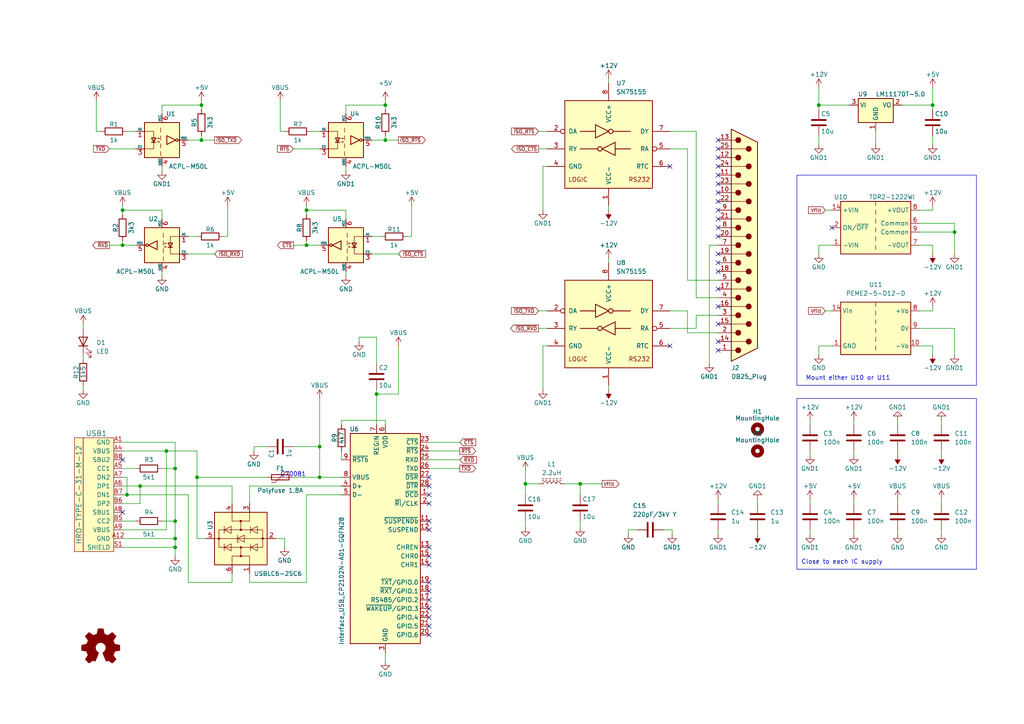
<source format=kicad_sch>
(kicad_sch (version 20230121) (generator eeschema)
  (paper "A4")
  (title_block (title "Opto isolated USB to RS232 converter") (rev "1") (company "Anders Sandahl"))
  (lib_symbols
    (symbol "Connector:DB25_Plug" (pin_names (offset 1.016) hide)
      (property "Reference" "J" (at 0 34.29 0))
      (property "Value" "DB25_Plug" (at 0 -34.925 0))
      (symbol "DB25_Plug_1_1"
        (pin passive line (at -7.62 -30.48 0) (length 3.81) (name "1") (number "1"))
        (pin passive line (at -7.62 15.24 0) (length 3.81) (name "10") (number "10"))
        (pin passive line (at -7.62 20.32 0) (length 3.81) (name "11") (number "11"))
        (pin passive line (at -7.62 25.4 0) (length 3.81) (name "12") (number "12"))
        (pin passive line (at -7.62 30.48 0) (length 3.81) (name "13") (number "13"))
        (pin passive line (at -7.62 -27.94 0) (length 3.81) (name "P14") (number "14"))
        (pin passive line (at -7.62 -22.86 0) (length 3.81) (name "P15") (number "15"))
        (pin passive line (at -7.62 -17.78 0) (length 3.81) (name "P16") (number "16"))
        (pin passive line (at -7.62 -12.7 0) (length 3.81) (name "P17") (number "17"))
        (pin passive line (at -7.62 -7.62 0) (length 3.81) (name "P18") (number "18"))
        (pin passive line (at -7.62 -2.54 0) (length 3.81) (name "P19") (number "19"))
        (pin passive line (at -7.62 -25.4 0) (length 3.81) (name "2") (number "2"))
        (pin passive line (at -7.62 2.54 0) (length 3.81) (name "P20") (number "20"))
        (pin passive line (at -7.62 7.62 0) (length 3.81) (name "P21") (number "21"))
        (pin passive line (at -7.62 12.7 0) (length 3.81) (name "P22") (number "22"))
        (pin passive line (at -7.62 17.78 0) (length 3.81) (name "P23") (number "23"))
        (pin passive line (at -7.62 22.86 0) (length 3.81) (name "P24") (number "24"))
        (pin passive line (at -7.62 27.94 0) (length 3.81) (name "P25") (number "25"))
        (pin passive line (at -7.62 -20.32 0) (length 3.81) (name "3") (number "3"))
        (pin passive line (at -7.62 -15.24 0) (length 3.81) (name "4") (number "4"))
        (pin passive line (at -7.62 -10.16 0) (length 3.81) (name "5") (number "5"))
        (pin passive line (at -7.62 -5.08 0) (length 3.81) (name "6") (number "6"))
        (pin passive line (at -7.62 0 0) (length 3.81) (name "7") (number "7"))
        (pin passive line (at -7.62 5.08 0) (length 3.81) (name "8") (number "8"))
        (pin passive line (at -7.62 10.16 0) (length 3.81) (name "9") (number "9"))
      )
    )
    (symbol "Daldebug01-rescue:CP2102N-A01-GQFN28-Interface_USB"
      (property "Reference" "U" (at -7.62 31.75 0))
      (property "Value" "Interface_USB_CP2102N-A01-GQFN28" (at 26.67 31.75 0))
      (symbol "CP2102N-A01-GQFN28-Interface_USB_1_1"
        (pin input line (at 12.7 12.7 180) (length 2.54) (name "~{DCD}") (number "1"))
        (pin no_connect line (at -10.16 -10.16 0) (length 2.54) hide (name "NC") (number "10"))
        (pin output line (at 12.7 5.08 180) (length 2.54) (name "~{SUSPENDb}") (number "11"))
        (pin output line (at 12.7 2.54 180) (length 2.54) (name "SUSPEND") (number "12"))
        (pin output line (at 12.7 -2.54 180) (length 2.54) (name "CHREN") (number "13"))
        (pin output line (at 12.7 -7.62 180) (length 2.54) (name "CHR1") (number "14"))
        (pin output line (at 12.7 -5.08 180) (length 2.54) (name "CHR0") (number "15"))
        (pin bidirectional line (at 12.7 -20.32 180) (length 2.54) (name "~{WAKEUP}/GPIO.3") (number "16"))
        (pin bidirectional line (at 12.7 -17.78 180) (length 2.54) (name "RS485/GPIO.2") (number "17"))
        (pin bidirectional line (at 12.7 -15.24 180) (length 2.54) (name "~{RXT}/GPIO.1") (number "18"))
        (pin bidirectional line (at 12.7 -12.7 180) (length 2.54) (name "~{TXT}/GPIO.0") (number "19"))
        (pin bidirectional line (at 12.7 10.16 180) (length 2.54) (name "~{RI}/CLK") (number "2"))
        (pin bidirectional line (at 12.7 -27.94 180) (length 2.54) (name "GPIO.6") (number "20"))
        (pin bidirectional line (at 12.7 -25.4 180) (length 2.54) (name "GPIO.5") (number "21"))
        (pin bidirectional line (at 12.7 -22.86 180) (length 2.54) (name "GPIO.4") (number "22"))
        (pin input line (at 12.7 27.94 180) (length 2.54) (name "~{CTS}") (number "23"))
        (pin output line (at 12.7 25.4 180) (length 2.54) (name "~{RTS}") (number "24"))
        (pin input line (at 12.7 22.86 180) (length 2.54) (name "RXD") (number "25"))
        (pin output line (at 12.7 20.32 180) (length 2.54) (name "TXD") (number "26"))
        (pin input line (at 12.7 17.78 180) (length 2.54) (name "~{DSR}") (number "27"))
        (pin output line (at 12.7 15.24 180) (length 2.54) (name "~{DTR}") (number "28"))
        (pin passive line (at 0 -33.02 90) (length 2.54) hide (name "GND") (number "29"))
        (pin power_in line (at 0 -33.02 90) (length 2.54) (name "GND") (number "3"))
        (pin bidirectional line (at -12.7 15.24 0) (length 2.54) (name "D+") (number "4"))
        (pin bidirectional line (at -12.7 12.7 0) (length 2.54) (name "D-") (number "5"))
        (pin passive line (at 0 33.02 270) (length 2.54) (name "VDD") (number "6"))
        (pin power_in line (at -2.54 33.02 270) (length 2.54) (name "REGIN") (number "7"))
        (pin input line (at -12.7 17.78 0) (length 2.54) (name "VBUS") (number "8"))
        (pin input line (at -12.7 22.86 0) (length 2.54) (name "~{RSTb}") (number "9"))
      )
    )
    (symbol "Device:C" (pin_numbers hide) (pin_names (offset 0.254))
      (property "Reference" "C" (at 0.635 2.54 0))
      (property "Value" "C" (at 0.635 -2.54 0))
      (symbol "C_1_1"
        (pin passive line (at 0 3.81 270) (length 2.794) (name "~") (number "1"))
        (pin passive line (at 0 -3.81 90) (length 2.794) (name "~") (number "2"))
      )
    )
    (symbol "Device:LED" (pin_numbers hide) (pin_names (offset 1.016) hide)
      (property "Reference" "D" (at 0 2.54 0))
      (property "Value" "LED" (at 0 -2.54 0))
      (symbol "LED_1_1"
        (pin passive line (at -3.81 0 0) (length 2.54) (name "K") (number "1"))
        (pin passive line (at 3.81 0 180) (length 2.54) (name "A") (number "2"))
      )
    )
    (symbol "Device:L_Ferrite" (pin_numbers hide) (pin_names (offset 1.016) hide)
      (property "Reference" "L" (at -1.27 0 90))
      (property "Value" "L_Ferrite" (at 2.794 0 90))
      (symbol "L_Ferrite_1_1"
        (pin passive line (at 0 3.81 270) (length 1.27) (name "1") (number "1"))
        (pin passive line (at 0 -3.81 90) (length 1.27) (name "2") (number "2"))
      )
    )
    (symbol "Device:Polyfuse" (pin_numbers hide) (pin_names (offset 0))
      (property "Reference" "F" (at -2.54 0 90))
      (property "Value" "Polyfuse" (at 2.54 0 90))
      (symbol "Polyfuse_1_1"
        (pin passive line (at 0 3.81 270) (length 1.27) (name "~") (number "1"))
        (pin passive line (at 0 -3.81 90) (length 1.27) (name "~") (number "2"))
      )
    )
    (symbol "Device:R" (pin_numbers hide) (pin_names (offset 0))
      (property "Reference" "R" (at 2.032 0 90))
      (property "Value" "R" (at 0 0 90))
      (symbol "R_1_1"
        (pin passive line (at 0 3.81 270) (length 1.27) (name "~") (number "1"))
        (pin passive line (at 0 -3.81 90) (length 1.27) (name "~") (number "2"))
      )
    )
    (symbol "Graphic:Logo_Open_Hardware_Small" (in_bom no) (on_board no))
    (symbol "Mechanical:MountingHole" (pin_names (offset 1.016))
      (property "Reference" "H" (at 0 5.08 0))
      (property "Value" "MountingHole" (at 0 3.175 0))
    )
    (symbol "Power_Protection:USBLC6-2SC6" (pin_names hide)
      (property "Reference" "U" (at 2.54 8.89 0))
      (property "Value" "USBLC6-2SC6" (at 2.54 -8.89 0))
      (symbol "USBLC6-2SC6_1_1"
        (pin passive line (at -10.16 -2.54 0) (length 2.54) (name "I/O1") (number "1"))
        (pin passive line (at 0 -10.16 90) (length 2.54) (name "GND") (number "2"))
        (pin passive line (at 10.16 -2.54 180) (length 2.54) (name "I/O2") (number "3"))
        (pin passive line (at 10.16 2.54 180) (length 2.54) (name "I/O2") (number "4"))
        (pin passive line (at 0 10.16 270) (length 2.54) (name "VBUS") (number "5"))
        (pin passive line (at -10.16 2.54 0) (length 2.54) (name "I/O1") (number "6"))
      )
    )
    (symbol "Regulator_Linear:LM1117DT-5.0"
      (property "Reference" "U" (at -3.81 3.175 0))
      (property "Value" "LM1117DT-5.0" (at 0 3.175 0))
      (symbol "LM1117DT-5.0_1_1"
        (pin power_in line (at 0 -7.62 90) (length 2.54) (name "GND") (number "1"))
        (pin power_out line (at 7.62 0 180) (length 2.54) (name "VO") (number "2"))
        (pin power_in line (at -7.62 0 0) (length 2.54) (name "VI") (number "3"))
      )
    )
    (symbol "anders:ACPL-M50L" (pin_names (offset 0))
      (property "Reference" "U" (at 2.54 7.62 0))
      (property "Value" "ACPL-M50L" (at 7.62 -7.62 0))
      (symbol "ACPL-M50L_1_1"
        (pin passive line (at -7.62 2.54 0) (length 2.54) (name "A1") (number "1"))
        (pin passive line (at -7.62 -2.54 0) (length 2.54) (name "C1") (number "3"))
        (pin power_in line (at 0 -7.62 90) (length 2.54) (name "GND") (number "4"))
        (pin open_collector line (at 7.62 0 180) (length 2.54) (name "VO1") (number "5"))
        (pin power_in line (at 0 7.62 270) (length 2.54) (name "VCC") (number "6"))
      )
    )
    (symbol "anders:HRO-TYPE-C-31-M-12" (pin_names (offset 1.016))
      (property "Reference" "USB" (at -5.08 16.51 0))
      (property "Value" "HRO-TYPE-C-31-M-12" (at -10.16 -1.27 90))
      (symbol "HRO-TYPE-C-31-M-12_1_1"
        (pin power_out line (at 2.54 13.97 180) (length 2.54) (name "GND") (number "A1"))
        (pin power_out line (at 2.54 -13.97 180) (length 2.54) (name "GND") (number "A12"))
        (pin power_out line (at 2.54 11.43 180) (length 2.54) (name "VBUS") (number "A4"))
        (pin input line (at 2.54 6.35 180) (length 2.54) (name "CC1") (number "A5"))
        (pin bidirectional line (at 2.54 1.27 180) (length 2.54) (name "DP1") (number "A6"))
        (pin bidirectional line (at 2.54 3.81 180) (length 2.54) (name "DN2") (number "A7"))
        (pin input line (at 2.54 -6.35 180) (length 2.54) (name "SBU1") (number "A8"))
        (pin power_out line (at 2.54 -11.43 180) (length 2.54) (name "VBUS") (number "A9"))
        (pin input line (at 2.54 -8.89 180) (length 2.54) (name "CC2") (number "B5"))
        (pin input line (at 2.54 -3.81 180) (length 2.54) (name "DP2") (number "B6"))
        (pin bidirectional line (at 2.54 -1.27 180) (length 2.54) (name "DN1") (number "B7"))
        (pin input line (at 2.54 8.89 180) (length 2.54) (name "SBU2") (number "B8"))
        (pin input line (at 2.54 -16.51 180) (length 2.54) (name "SHIELD") (number "S1"))
      )
    )
    (symbol "anders:PEME2-5-D12-D"
      (property "Reference" "U" (at -10.16 8.89 0))
      (property "Value" "PEME2-5-D12-D" (at 11.43 8.89 0))
      (symbol "PEME2-5-D12-D_1_1"
        (pin power_in line (at -12.7 -5.08 0) (length 2.54) (name "GND") (number "1"))
        (pin power_out line (at 12.7 -5.08 180) (length 2.54) (name "-Vo") (number "10"))
        (pin power_in line (at -12.7 5.08 0) (length 2.54) (name "Vin") (number "14"))
        (pin no_connect line (at 10.16 2.54 180) (length 2.54) hide (name "NC") (number "7"))
        (pin power_out line (at 12.7 5.08 180) (length 2.54) (name "+Vo") (number "8"))
        (pin power_out line (at 12.7 0 180) (length 2.54) (name "0V") (number "9"))
      )
    )
    (symbol "anders:SN75155" (pin_names (offset 1.016))
      (property "Reference" "U" (at -2.54 18.415 0))
      (property "Value" "SN75155" (at -2.54 16.51 0))
      (symbol "SN75155_0_0"
        (text "LOGIC" (at -8.89 -8.89 0) (effects (font (size 1.27 1.27))))
        (text "RS232" (at 8.89 -8.89 0) (effects (font (size 1.27 1.27))))
      )
      (symbol "SN75155_1_1"
        (pin power_in line (at 0 -16.51 90) (length 5.08) (name "VCC-") (number "1"))
        (pin input inverted (at -17.78 5.08 0) (length 5.08) (name "DA") (number "2"))
        (pin output line (at -17.78 0 0) (length 5.08) (name "RY") (number "3"))
        (pin power_in line (at -17.78 -5.08 0) (length 5.08) (name "GND") (number "4"))
        (pin input inverted (at 17.78 0 180) (length 5.08) (name "RA") (number "5"))
        (pin input line (at 17.78 -5.08 180) (length 5.08) (name "RTC") (number "6"))
        (pin output line (at 17.78 5.08 180) (length 5.08) (name "DY") (number "7"))
        (pin power_in line (at 0 19.05 270) (length 5.08) (name "VCC+") (number "8"))
      )
    )
    (symbol "anders:TDR2-1222WI"
      (property "Reference" "U" (at -10.16 8.89 0))
      (property "Value" "TDR2-1222WI" (at 11.43 8.89 0))
      (symbol "TDR2-1222WI_1_1"
        (pin power_in line (at -12.7 -5.08 0) (length 2.54) (name "-VIN") (number "1"))
        (pin power_in line (at -12.7 5.08 0) (length 2.54) (name "+VIN") (number "14"))
        (pin input line (at -12.7 0 0) (length 2.54) (name "ON/~{OFF}") (number "2"))
        (pin power_out line (at 12.7 1.27 180) (length 2.54) (name "Common") (number "6"))
        (pin power_out line (at 12.7 -5.08 180) (length 2.54) (name "-VOUT") (number "7"))
        (pin power_out line (at 12.7 5.08 180) (length 2.54) (name "+VOUT") (number "8"))
        (pin power_out line (at 12.7 -1.27 180) (length 2.54) (name "Common") (number "9"))
      )
    )
    (symbol "power:+12V" (power) (pin_names (offset 0))
      (property "Value" "+12V" (at 0 3.556 0))
      (symbol "+12V_1_1"
        (pin power_in line (at 0 0 90) (length 0) hide (name "+12V") (number "1"))
      )
    )
    (symbol "power:+5V" (power) (pin_names (offset 0))
      (property "Value" "+5V" (at 0 3.556 0))
      (symbol "+5V_1_1"
        (pin power_in line (at 0 0 90) (length 0) hide (name "+5V") (number "1"))
      )
    )
    (symbol "power:-12V" (power) (pin_names (offset 0))
      (property "Value" "-12V" (at 0 3.81 0))
      (symbol "-12V_0_0"
        (pin power_in line (at 0 0 90) (length 0) hide (name "-12V") (number "1"))
      )
    )
    (symbol "power:GND" (power) (pin_names (offset 0))
      (property "Value" "GND" (at 0 -3.81 0))
      (symbol "GND_1_1"
        (pin power_in line (at 0 0 270) (length 0) hide (name "GND") (number "1"))
      )
    )
    (symbol "power:GND1" (power) (pin_names (offset 0))
      (property "Value" "GND1" (at 0 -3.81 0))
      (symbol "GND1_1_1"
        (pin power_in line (at 0 0 270) (length 0) hide (name "GND1") (number "1"))
      )
    )
    (symbol "power:VBUS" (power) (pin_names (offset 0))
      (property "Value" "VBUS" (at 0 3.81 0))
      (symbol "VBUS_1_1"
        (pin power_in line (at 0 0 90) (length 0) hide (name "VBUS") (number "1"))
      )
    )
  )
  (junction (at 58.42 30.48))
  (junction (at 109.22 114.3))
  (junction (at 92.71 129.54))
  (junction (at 48.26 130.81))
  (junction (at 35.56 60.96))
  (junction (at 152.4 140.335))
  (junction (at 92.71 138.43))
  (junction (at 168.275 140.335))
  (junction (at 88.9 60.96))
  (junction (at 36.83 143.51))
  (junction (at 111.76 30.48))
  (junction (at 270.51 30.48))
  (junction (at 58.42 40.64))
  (junction (at 50.8 151.13))
  (junction (at 35.56 71.12))
  (junction (at 50.8 135.89))
  (junction (at 237.49 30.48))
  (junction (at 50.8 158.75))
  (junction (at 111.76 40.64))
  (junction (at 57.15 138.43))
  (junction (at 88.9 71.12))
  (junction (at 40.64 140.97))
  (junction (at 276.86 67.31))
  (junction (at 50.8 156.21))
  (no_connect (at 208.28 48.26))
  (no_connect (at 208.28 101.6))
  (no_connect (at 194.31 48.26))
  (no_connect (at 241.3 66.04))
  (no_connect (at 208.28 50.8))
  (no_connect (at 124.46 181.61))
  (no_connect (at 124.46 140.97))
  (no_connect (at 208.28 60.96))
  (no_connect (at 124.46 138.43))
  (no_connect (at 208.28 63.5))
  (no_connect (at 124.46 171.45))
  (no_connect (at 124.46 176.53))
  (no_connect (at 124.46 163.83))
  (no_connect (at 208.28 93.98))
  (no_connect (at 208.28 45.72))
  (no_connect (at 208.28 76.2))
  (no_connect (at 208.28 55.88))
  (no_connect (at 124.46 158.75))
  (no_connect (at 208.28 88.9))
  (no_connect (at 208.28 78.74))
  (no_connect (at 208.28 66.04))
  (no_connect (at 124.46 153.67))
  (no_connect (at 208.28 58.42))
  (no_connect (at 194.31 100.33))
  (no_connect (at 124.46 161.29))
  (no_connect (at 35.56 148.59))
  (no_connect (at 124.46 143.51))
  (no_connect (at 124.46 146.05))
  (no_connect (at 124.46 173.99))
  (no_connect (at 208.28 83.82))
  (no_connect (at 208.28 43.18))
  (no_connect (at 208.28 40.64))
  (no_connect (at 124.46 179.07))
  (no_connect (at 208.28 53.34))
  (no_connect (at 208.28 68.58))
  (no_connect (at 124.46 151.13))
  (no_connect (at 124.46 184.15))
  (no_connect (at 208.28 99.06))
  (no_connect (at 124.46 168.91))
  (no_connect (at 208.28 73.66))
  (no_connect (at 35.56 133.35))
  (wire (pts (xy 199.39 96.52) (xy 208.28 96.52)))
  (wire (pts (xy 92.71 71.12) (xy 88.9 71.12)))
  (wire (pts (xy 237.49 39.37) (xy 237.49 41.91)))
  (wire (pts (xy 261.62 30.48) (xy 270.51 30.48)))
  (wire (pts (xy 199.39 43.18) (xy 199.39 81.28)))
  (wire (pts (xy 241.3 71.12) (xy 237.49 71.12)))
  (wire (pts (xy 273.05 130.81) (xy 273.05 132.08)))
  (wire (pts (xy 92.71 138.43) (xy 99.06 138.43)))
  (wire (pts (xy 35.56 153.67) (xy 48.26 153.67)))
  (wire (pts (xy 219.71 144.78) (xy 219.71 146.05)))
  (wire (pts (xy 176.53 74.93) (xy 176.53 76.2)))
  (wire (pts (xy 100.33 60.96) (xy 100.33 63.5)))
  (wire (pts (xy 99.06 123.19) (xy 99.06 121.92)))
  (wire (pts (xy 115.57 100.33) (xy 115.57 114.3)))
  (wire (pts (xy 90.17 38.1) (xy 92.71 38.1)))
  (wire (pts (xy 118.11 68.58) (xy 119.38 68.58)))
  (wire (pts (xy 81.28 29.21) (xy 81.28 38.1)))
  (wire (pts (xy 40.64 146.05) (xy 40.64 140.97)))
  (wire (pts (xy 57.15 130.81) (xy 57.15 138.43)))
  (wire (pts (xy 36.83 38.1) (xy 39.37 38.1)))
  (wire (pts (xy 182.245 153.67) (xy 184.785 153.67)))
  (wire (pts (xy 111.76 40.64) (xy 111.76 39.37)))
  (wire (pts (xy 50.8 156.21) (xy 50.8 158.75)))
  (wire (pts (xy 77.47 129.54) (xy 73.66 129.54)))
  (wire (pts (xy 58.42 31.75) (xy 58.42 30.48)))
  (wire (pts (xy 174.625 140.335) (xy 168.275 140.335)))
  (wire (pts (xy 168.275 151.13) (xy 168.275 153.035)))
  (wire (pts (xy 199.39 90.17) (xy 199.39 96.52)))
  (wire (pts (xy 48.26 130.81) (xy 57.15 130.81)))
  (wire (pts (xy 100.33 48.26) (xy 100.33 49.53)))
  (wire (pts (xy 36.83 138.43) (xy 36.83 143.51)))
  (wire (pts (xy 237.49 25.4) (xy 237.49 30.48)))
  (wire (pts (xy 35.56 140.97) (xy 40.64 140.97)))
  (wire (pts (xy 270.51 71.12) (xy 270.51 73.66)))
  (wire (pts (xy 237.49 71.12) (xy 237.49 73.66)))
  (wire (pts (xy 266.7 64.77) (xy 276.86 64.77)))
  (wire (pts (xy 104.14 97.79) (xy 104.14 99.06)))
  (wire (pts (xy 152.4 140.335) (xy 152.4 143.51)))
  (wire (pts (xy 119.38 59.69) (xy 119.38 68.58)))
  (wire (pts (xy 100.33 30.48) (xy 111.76 30.48)))
  (wire (pts (xy 266.7 95.25) (xy 276.86 95.25)))
  (wire (pts (xy 266.7 60.96) (xy 270.51 60.96)))
  (wire (pts (xy 50.8 151.13) (xy 50.8 156.21)))
  (wire (pts (xy 208.28 81.28) (xy 199.39 81.28)))
  (wire (pts (xy 111.76 30.48) (xy 111.76 31.75)))
  (wire (pts (xy 111.76 189.23) (xy 111.76 191.77)))
  (wire (pts (xy 58.42 30.48) (xy 46.99 30.48)))
  (wire (pts (xy 92.71 129.54) (xy 92.71 138.43)))
  (wire (pts (xy 152.4 151.13) (xy 152.4 153.035)))
  (wire (pts (xy 176.53 111.76) (xy 176.53 113.03)))
  (wire (pts (xy 208.28 71.12) (xy 205.74 71.12)))
  (wire (pts (xy 208.28 86.36) (xy 201.93 86.36)))
  (wire (pts (xy 205.74 71.12) (xy 205.74 105.41)))
  (wire (pts (xy 99.06 133.35) (xy 99.06 130.81)))
  (wire (pts (xy 80.01 156.21) (xy 82.55 156.21)))
  (wire (pts (xy 35.56 71.12) (xy 39.37 71.12)))
  (wire (pts (xy 201.93 38.1) (xy 194.31 38.1)))
  (wire (pts (xy 234.95 153.67) (xy 234.95 154.94)))
  (wire (pts (xy 273.05 121.92) (xy 273.05 123.19)))
  (wire (pts (xy 201.93 95.25) (xy 194.31 95.25)))
  (wire (pts (xy 247.65 130.81) (xy 247.65 132.08)))
  (wire (pts (xy 46.99 151.13) (xy 50.8 151.13)))
  (wire (pts (xy 48.26 130.81) (xy 48.26 153.67)))
  (wire (pts (xy 82.55 38.1) (xy 81.28 38.1)))
  (wire (pts (xy 64.77 68.58) (xy 66.04 68.58)))
  (wire (pts (xy 46.99 30.48) (xy 46.99 33.02)))
  (wire (pts (xy 35.56 60.96) (xy 35.56 62.23)))
  (wire (pts (xy 107.95 40.64) (xy 111.76 40.64)))
  (wire (pts (xy 241.3 100.33) (xy 237.49 100.33)))
  (wire (pts (xy 82.55 156.21) (xy 82.55 158.75)))
  (wire (pts (xy 270.51 39.37) (xy 270.51 41.91)))
  (wire (pts (xy 85.09 138.43) (xy 92.71 138.43)))
  (wire (pts (xy 111.76 40.64) (xy 115.57 40.64)))
  (wire (pts (xy 156.21 43.18) (xy 158.75 43.18)))
  (wire (pts (xy 88.9 60.96) (xy 100.33 60.96)))
  (wire (pts (xy 219.71 154.94) (xy 219.71 153.67)))
  (wire (pts (xy 208.28 144.78) (xy 208.28 146.05)))
  (wire (pts (xy 273.05 144.78) (xy 273.05 146.05)))
  (wire (pts (xy 35.56 130.81) (xy 48.26 130.81)))
  (wire (pts (xy 266.7 71.12) (xy 270.51 71.12)))
  (wire (pts (xy 50.8 128.27) (xy 50.8 135.89)))
  (wire (pts (xy 99.06 121.92) (xy 111.76 121.92)))
  (wire (pts (xy 35.56 143.51) (xy 36.83 143.51)))
  (wire (pts (xy 276.86 95.25) (xy 276.86 102.87)))
  (wire (pts (xy 58.42 40.64) (xy 58.42 39.37)))
  (wire (pts (xy 194.945 153.67) (xy 194.945 154.94)))
  (wire (pts (xy 27.94 29.21) (xy 27.94 38.1)))
  (wire (pts (xy 109.22 97.79) (xy 109.22 105.41)))
  (wire (pts (xy 176.53 59.69) (xy 176.53 60.96)))
  (wire (pts (xy 270.51 100.33) (xy 270.51 102.87)))
  (wire (pts (xy 247.65 121.92) (xy 247.65 123.19)))
  (wire (pts (xy 260.35 130.81) (xy 260.35 132.08)))
  (wire (pts (xy 115.57 114.3) (xy 109.22 114.3)))
  (wire (pts (xy 152.4 140.335) (xy 156.21 140.335)))
  (wire (pts (xy 31.75 71.12) (xy 35.56 71.12)))
  (wire (pts (xy 54.61 143.51) (xy 54.61 168.91)))
  (wire (pts (xy 104.14 97.79) (xy 109.22 97.79)))
  (wire (pts (xy 40.64 140.97) (xy 67.31 140.97)))
  (wire (pts (xy 266.7 100.33) (xy 270.51 100.33)))
  (wire (pts (xy 24.13 93.98) (xy 24.13 95.25)))
  (wire (pts (xy 24.13 111.76) (xy 24.13 113.03)))
  (wire (pts (xy 157.48 100.33) (xy 157.48 113.03)))
  (wire (pts (xy 247.65 144.78) (xy 247.65 146.05)))
  (wire (pts (xy 168.275 140.335) (xy 168.275 143.51)))
  (wire (pts (xy 201.93 91.44) (xy 201.93 95.25)))
  (wire (pts (xy 57.15 138.43) (xy 57.15 156.21)))
  (wire (pts (xy 35.56 135.89) (xy 39.37 135.89)))
  (wire (pts (xy 124.46 128.27) (xy 133.35 128.27)))
  (wire (pts (xy 194.31 90.17) (xy 199.39 90.17)))
  (wire (pts (xy 73.66 129.54) (xy 73.66 130.81)))
  (wire (pts (xy 85.09 71.12) (xy 88.9 71.12)))
  (wire (pts (xy 276.86 73.66) (xy 276.86 67.31)))
  (wire (pts (xy 35.56 69.85) (xy 35.56 71.12)))
  (wire (pts (xy 182.245 153.67) (xy 182.245 154.94)))
  (wire (pts (xy 35.56 60.96) (xy 46.99 60.96)))
  (wire (pts (xy 57.15 156.21) (xy 59.69 156.21)))
  (wire (pts (xy 46.99 48.26) (xy 46.99 49.53)))
  (wire (pts (xy 35.56 146.05) (xy 40.64 146.05)))
  (wire (pts (xy 156.21 38.1) (xy 158.75 38.1)))
  (wire (pts (xy 57.15 138.43) (xy 77.47 138.43)))
  (wire (pts (xy 88.9 143.51) (xy 99.06 143.51)))
  (wire (pts (xy 107.95 68.58) (xy 110.49 68.58)))
  (wire (pts (xy 158.75 100.33) (xy 157.48 100.33)))
  (wire (pts (xy 46.99 78.74) (xy 46.99 80.01)))
  (wire (pts (xy 100.33 78.74) (xy 100.33 80.01)))
  (wire (pts (xy 24.13 102.87) (xy 24.13 104.14)))
  (wire (pts (xy 88.9 71.12) (xy 88.9 69.85)))
  (wire (pts (xy 67.31 140.97) (xy 67.31 146.05)))
  (wire (pts (xy 58.42 40.64) (xy 62.23 40.64)))
  (wire (pts (xy 192.405 153.67) (xy 194.945 153.67)))
  (wire (pts (xy 58.42 29.21) (xy 58.42 30.48)))
  (wire (pts (xy 124.46 133.35) (xy 133.35 133.35)))
  (wire (pts (xy 35.56 59.69) (xy 35.56 60.96)))
  (wire (pts (xy 66.04 59.69) (xy 66.04 68.58)))
  (wire (pts (xy 109.22 114.3) (xy 109.22 123.19)))
  (wire (pts (xy 31.75 43.18) (xy 39.37 43.18)))
  (wire (pts (xy 50.8 135.89) (xy 50.8 151.13)))
  (wire (pts (xy 270.51 30.48) (xy 270.51 31.75)))
  (wire (pts (xy 158.75 48.26) (xy 157.48 48.26)))
  (wire (pts (xy 85.09 129.54) (xy 92.71 129.54)))
  (wire (pts (xy 35.56 128.27) (xy 50.8 128.27)))
  (wire (pts (xy 72.39 140.97) (xy 99.06 140.97)))
  (wire (pts (xy 72.39 168.91) (xy 88.9 168.91)))
  (wire (pts (xy 35.56 151.13) (xy 39.37 151.13)))
  (wire (pts (xy 124.46 135.89) (xy 133.35 135.89)))
  (wire (pts (xy 163.83 140.335) (xy 168.275 140.335)))
  (wire (pts (xy 107.95 73.66) (xy 115.57 73.66)))
  (wire (pts (xy 254 38.1) (xy 254 41.91)))
  (wire (pts (xy 124.46 130.81) (xy 133.35 130.81)))
  (wire (pts (xy 54.61 73.66) (xy 62.23 73.66)))
  (wire (pts (xy 50.8 158.75) (xy 50.8 161.29)))
  (wire (pts (xy 35.56 138.43) (xy 36.83 138.43)))
  (wire (pts (xy 54.61 68.58) (xy 57.15 68.58)))
  (wire (pts (xy 239.395 90.17) (xy 241.3 90.17)))
  (wire (pts (xy 100.33 33.02) (xy 100.33 30.48)))
  (wire (pts (xy 92.71 115.57) (xy 92.71 129.54)))
  (wire (pts (xy 156.21 95.25) (xy 158.75 95.25)))
  (wire (pts (xy 234.95 130.81) (xy 234.95 132.08)))
  (wire (pts (xy 266.7 90.17) (xy 270.51 90.17)))
  (wire (pts (xy 36.83 143.51) (xy 54.61 143.51)))
  (wire (pts (xy 237.49 100.33) (xy 237.49 102.87)))
  (wire (pts (xy 88.9 143.51) (xy 88.9 168.91)))
  (wire (pts (xy 156.21 90.17) (xy 158.75 90.17)))
  (wire (pts (xy 111.76 121.92) (xy 111.76 123.19)))
  (wire (pts (xy 247.65 153.67) (xy 247.65 154.94)))
  (wire (pts (xy 260.35 153.67) (xy 260.35 154.94)))
  (wire (pts (xy 46.99 135.89) (xy 50.8 135.89)))
  (wire (pts (xy 35.56 156.21) (xy 50.8 156.21)))
  (wire (pts (xy 208.28 154.94) (xy 208.28 153.67)))
  (wire (pts (xy 35.56 158.75) (xy 50.8 158.75)))
  (wire (pts (xy 199.39 43.18) (xy 194.31 43.18)))
  (wire (pts (xy 67.31 168.91) (xy 67.31 166.37)))
  (wire (pts (xy 72.39 140.97) (xy 72.39 146.05)))
  (wire (pts (xy 234.95 121.92) (xy 234.95 123.19)))
  (wire (pts (xy 85.09 43.18) (xy 92.71 43.18)))
  (wire (pts (xy 111.76 29.21) (xy 111.76 30.48)))
  (wire (pts (xy 260.35 144.78) (xy 260.35 146.05)))
  (wire (pts (xy 276.86 64.77) (xy 276.86 67.31)))
  (wire (pts (xy 54.61 168.91) (xy 67.31 168.91)))
  (wire (pts (xy 88.9 59.69) (xy 88.9 60.96)))
  (wire (pts (xy 234.95 144.78) (xy 234.95 146.05)))
  (wire (pts (xy 109.22 113.03) (xy 109.22 114.3)))
  (wire (pts (xy 176.53 22.86) (xy 176.53 24.13)))
  (wire (pts (xy 152.4 136.525) (xy 152.4 140.335)))
  (wire (pts (xy 27.94 38.1) (xy 29.21 38.1)))
  (wire (pts (xy 270.51 90.17) (xy 270.51 88.9)))
  (wire (pts (xy 208.28 91.44) (xy 201.93 91.44)))
  (wire (pts (xy 88.9 60.96) (xy 88.9 62.23)))
  (wire (pts (xy 237.49 30.48) (xy 237.49 31.75)))
  (wire (pts (xy 157.48 48.26) (xy 157.48 60.96)))
  (wire (pts (xy 246.38 30.48) (xy 237.49 30.48)))
  (wire (pts (xy 201.93 38.1) (xy 201.93 86.36)))
  (wire (pts (xy 270.51 25.4) (xy 270.51 30.48)))
  (wire (pts (xy 273.05 153.67) (xy 273.05 154.94)))
  (wire (pts (xy 260.35 121.92) (xy 260.35 123.19)))
  (wire (pts (xy 239.395 60.96) (xy 241.3 60.96)))
  (wire (pts (xy 266.7 67.31) (xy 276.86 67.31)))
  (wire (pts (xy 72.39 168.91) (xy 72.39 166.37)))
  (wire (pts (xy 54.61 40.64) (xy 58.42 40.64)))
  (wire (pts (xy 46.99 60.96) (xy 46.99 63.5)))
  (wire (pts (xy 270.51 60.96) (xy 270.51 59.69)))
  (rectangle (start 231.14 115.57) (end 283.21 165.1))
  (rectangle (start 231.14 50.8) (end 283.21 111.76))
  (rectangle (start 232.41 50.8) (end 232.41 50.8))
  (text "Close to each IC supply" (at 232.41 163.83 0) (effects (font (size 1.27 1.27)) (justify left bottom)))
  (text "C70081" (at 81.28 138.43 0) (effects (font (size 1.27 1.27)) (justify left bottom)))
  (text "Mount either U10 or U11" (at 233.68 110.49 0) (effects (font (size 1.27 1.27)) (justify left bottom)))
  (global_label "Vfilt" (shape input) (at 239.395 60.96 180) (effects (font (size 1 1))) (property "Intersheetrefs" "${INTERSHEET_REFS}" (effects hide)))
  (global_label "~{ISO_RXD}" (shape output) (at 156.21 95.25 180) (effects (font (size 1 1))) (property "Intersheetrefs" "${INTERSHEET_REFS}" (effects hide)))
  (global_label "~{RTS}" (shape input) (at 85.09 43.18 180) (effects (font (size 1 1))) (property "Intersheetrefs" "${INTERSHEET_REFS}" (effects hide)))
  (global_label "~{CTS}" (shape output) (at 85.09 71.12 180) (effects (font (size 1 1))) (property "Intersheetrefs" "${INTERSHEET_REFS}" (effects hide)))
  (global_label "~{ISO_RXD}" (shape input) (at 62.23 73.66 0) (effects (font (size 1 1))) (property "Intersheetrefs" "${INTERSHEET_REFS}" (effects hide)))
  (global_label "~{RXD}" (shape input) (at 133.35 133.35 0) (effects (font (size 1 1))) (property "Intersheetrefs" "${INTERSHEET_REFS}" (effects hide)))
  (global_label "~{RXD}" (shape output) (at 31.75 71.12 180) (effects (font (size 1 1))) (property "Intersheetrefs" "${INTERSHEET_REFS}" (effects hide)))
  (global_label "~{CTS}" (shape input) (at 133.35 128.27 0) (effects (font (size 1 1))) (property "Intersheetrefs" "${INTERSHEET_REFS}" (effects hide)))
  (global_label "~{TXD}" (shape output) (at 133.35 135.89 0) (effects (font (size 1 1))) (property "Intersheetrefs" "${INTERSHEET_REFS}" (effects hide)))
  (global_label "~{ISO_TXD}" (shape input) (at 156.21 90.17 180) (effects (font (size 1 1))) (property "Intersheetrefs" "${INTERSHEET_REFS}" (effects hide)))
  (global_label "~{ISO_RTS}" (shape input) (at 156.21 38.1 180) (effects (font (size 1 1))) (property "Intersheetrefs" "${INTERSHEET_REFS}" (effects hide)))
  (global_label "~{TXD}" (shape input) (at 31.75 43.18 180) (effects (font (size 1 1))) (property "Intersheetrefs" "${INTERSHEET_REFS}" (effects hide)))
  (global_label "Vfilt" (shape input) (at 239.395 90.17 180) (effects (font (size 1 1))) (property "Intersheetrefs" "${INTERSHEET_REFS}" (effects hide)))
  (global_label "~{ISO_TXD}" (shape output) (at 62.23 40.64 0) (effects (font (size 1 1))) (property "Intersheetrefs" "${INTERSHEET_REFS}" (effects hide)))
  (global_label "~{ISO_CTS}" (shape input) (at 115.57 73.66 0) (effects (font (size 1 1))) (property "Intersheetrefs" "${INTERSHEET_REFS}" (effects hide)))
  (global_label "~{RTS}" (shape output) (at 133.35 130.81 0) (effects (font (size 1 1))) (property "Intersheetrefs" "${INTERSHEET_REFS}" (effects hide)))
  (global_label "Vfilt" (shape output) (at 174.625 140.335 0) (effects (font (size 1 1))) (property "Intersheetrefs" "${INTERSHEET_REFS}" (effects hide)))
  (global_label "~{ISO_CTS}" (shape output) (at 156.21 43.18 180) (effects (font (size 1 1))) (property "Intersheetrefs" "${INTERSHEET_REFS}" (effects hide)))
  (global_label "~{ISO_RTS}" (shape output) (at 115.57 40.64 0) (effects (font (size 1 1))) (property "Intersheetrefs" "${INTERSHEET_REFS}" (effects hide)))
  (symbol (lib_id "Device:Polyfuse") (at 81.28 138.43 270) (unit 1)
    (property "Reference" "F1" (at 81.28 135.89 90))
    (property "Value" "Polyfuse 1,8A" (at 81.28 142.24 90))
    (property "Footprint" "Fuse:Fuse_1206_3216Metric" (effects hide))
  )
  (symbol (lib_id "power:GND") (at 50.8 161.29 0) (unit 1)
    (property "Reference" "#PWR05" (effects hide))
    (property "Value" "GND" (at 50.8 165.1 0))
  )
  (symbol (lib_id "Device:C") (at 109.22 109.22 0) (unit 1)
    (property "Reference" "C2" (at 109.855 106.68 0) (effects (justify left)))
    (property "Value" "10u" (at 109.855 111.76 0) (effects (justify left)))
    (property "Footprint" "Capacitor_SMD:C_0805_2012Metric" (effects hide))
  )
  (symbol (lib_id "power:GND") (at 104.14 99.06 0) (unit 1)
    (property "Reference" "#PWR015" (effects hide))
    (property "Value" "GND" (at 104.14 102.87 0))
  )
  (symbol (lib_id "Daldebug01-rescue:CP2102N-A01-GQFN28-Interface_USB") (at 111.76 156.21 0) (unit 1)
    (property "Reference" "U6" (at 104.14 124.46 0) (effects (justify right)))
    (property "Value" "Interface_USB_CP2102N-A01-GQFN28" (at 99.06 149.86 90) (effects (justify right)))
    (property "Footprint" "Package_DFN_QFN:QFN-28-1EP_5x5mm_P0.5mm_EP3.35x3.35mm" (effects hide))
  )
  (symbol (lib_id "Device:R") (at 99.06 127 180) (unit 1)
    (property "Reference" "R9" (at 97.028 127 90))
    (property "Value" "4k7" (at 99.06 127 90))
    (property "Footprint" "Resistor_SMD:R_0402_1005Metric" (effects hide))
  )
  (symbol (lib_id "power:GND") (at 111.76 191.77 0) (unit 1)
    (property "Reference" "#PWR017" (effects hide))
    (property "Value" "GND" (at 111.76 195.58 0))
  )
  (symbol (lib_id "Device:R") (at 43.18 135.89 270) (unit 1)
    (property "Reference" "R3" (at 43.18 133.35 90))
    (property "Value" "5k1" (at 43.18 138.43 90))
    (property "Footprint" "Resistor_SMD:R_0402_1005Metric" (effects hide))
  )
  (symbol (lib_id "Device:R") (at 43.18 151.13 270) (unit 1)
    (property "Reference" "R4" (at 43.18 148.59 90))
    (property "Value" "5k1" (at 43.18 154.94 90))
    (property "Footprint" "Resistor_SMD:R_0402_1005Metric" (effects hide))
  )
  (symbol (lib_id "Device:C") (at 81.28 129.54 90) (mirror x) (unit 1)
    (property "Reference" "C1" (at 78.74 130.175 0) (effects (justify left)))
    (property "Value" "1u" (at 83.82 130.175 0) (effects (justify left)))
    (property "Footprint" "Capacitor_SMD:C_0805_2012Metric" (effects hide))
  )
  (symbol (lib_id "power:GND") (at 73.66 130.81 0) (unit 1)
    (property "Reference" "#PWR08" (effects hide))
    (property "Value" "GND" (at 73.66 134.62 0))
  )
  (symbol (lib_id "power:VBUS") (at 92.71 115.57 0) (unit 1)
    (property "Reference" "#PWR012" (effects hide))
    (property "Value" "VBUS" (at 92.71 111.76 0))
  )
  (symbol (lib_id "Power_Protection:USBLC6-2SC6") (at 69.85 156.21 90) (unit 1)
    (property "Reference" "U3" (at 60.96 153.67 0) (effects (justify left)))
    (property "Value" "USBLC6-2SC6" (at 87.63 166.37 90) (effects (justify left)))
    (property "Footprint" "Package_TO_SOT_SMD:SOT-23-6" (effects hide))
    (property "Datasheet" "https://www.st.com/resource/en/datasheet/usblc6-2.pdf" (effects hide))
  )
  (symbol (lib_id "power:GND") (at 82.55 158.75 0) (unit 1)
    (property "Reference" "#PWR010" (effects hide))
    (property "Value" "GND" (at 82.55 162.56 0))
  )
  (symbol (lib_id "Device:R") (at 33.02 38.1 90) (unit 1)
    (property "Reference" "R1" (at 33.02 36.068 90))
    (property "Value" "1k" (at 33.02 40.64 90))
    (property "Footprint" "Resistor_SMD:R_0402_1005Metric" (effects hide))
  )
  (symbol (lib_id "Mechanical:MountingHole") (at 219.71 124.46 0) (unit 1)
    (property "Reference" "H1" (at 219.71 119.38 0))
    (property "Value" "MountingHole" (at 219.71 121.285 0))
    (property "Footprint" "MountingHole:MountingHole_3.2mm_M3" (effects hide))
  )
  (symbol (lib_id "Mechanical:MountingHole") (at 219.71 130.81 0) (unit 1)
    (property "Reference" "H2" (at 219.71 125.73 0))
    (property "Value" "MountingHole" (at 219.71 127.635 0))
    (property "Footprint" "MountingHole:MountingHole_3.2mm_M3" (effects hide))
  )
  (symbol (lib_id "Regulator_Linear:LM1117DT-5.0") (at 254 30.48 0) (unit 1)
    (property "Reference" "U9" (at 250.19 27.305 0))
    (property "Value" "LM1117DT-5.0" (at 254 27.305 0) (effects (justify left)))
    (property "Footprint" "Package_TO_SOT_SMD:SOT-223-3_TabPin2" (effects hide))
    (property "Datasheet" "http://www.ti.com/lit/ds/symlink/lm1117.pdf" (effects hide))
  )
  (symbol (lib_id "power:GND1") (at 273.05 121.92 180) (unit 1)
    (property "Reference" "#PWR052" (effects hide))
    (property "Value" "GND1" (at 273.05 118.11 0))
  )
  (symbol (lib_id "Device:C") (at 188.595 153.67 270) (unit 1)
    (property "Reference" "C15" (at 183.515 146.685 90) (effects (justify left)))
    (property "Value" "220pF/3kV Y" (at 183.515 149.225 90) (effects (justify left)))
    (property "Footprint" "Capacitor_SMD:C_1812_4532Metric" (effects hide))
  )
  (symbol (lib_id "power:GND1") (at 194.945 154.94 0) (unit 1)
    (property "Reference" "#PWR065" (effects hide))
    (property "Value" "GND1" (at 194.945 158.75 0))
  )
  (symbol (lib_id "power:GND") (at 100.33 80.01 0) (unit 1)
    (property "Reference" "#PWR014" (effects hide))
    (property "Value" "GND" (at 100.33 83.82 0))
  )
  (symbol (lib_id "power:+5V") (at 111.76 29.21 0) (unit 1)
    (property "Reference" "#PWR016" (effects hide))
    (property "Value" "+5V" (at 111.76 24.13 0))
  )
  (symbol (lib_id "power:GND1") (at 208.28 154.94 0) (unit 1)
    (property "Reference" "#PWR062" (effects hide))
    (property "Value" "GND1" (at 208.28 158.75 0))
  )
  (symbol (lib_id "power:-12V") (at 219.71 154.94 180) (unit 1)
    (property "Reference" "#PWR060" (effects hide))
    (property "Value" "-12V" (at 219.71 158.75 0))
  )
  (symbol (lib_id "power:GND1") (at 100.33 49.53 0) (unit 1)
    (property "Reference" "#PWR013" (effects hide))
    (property "Value" "GND1" (at 100.33 53.34 0))
  )
  (symbol (lib_id "power:GND") (at 168.275 153.035 0) (unit 1)
    (property "Reference" "#PWR067" (effects hide))
    (property "Value" "GND" (at 168.275 156.845 0))
  )
  (symbol (lib_id "Device:C") (at 208.28 149.86 180) (unit 1)
    (property "Reference" "C14" (at 215.9 148.59 0) (effects (justify left)))
    (property "Value" "1u" (at 214.63 151.13 0) (effects (justify left)))
    (property "Footprint" "Capacitor_SMD:C_0805_2012Metric" (effects hide))
  )
  (symbol (lib_id "power:+12V") (at 247.65 121.92 0) (unit 1)
    (property "Reference" "#PWR037" (effects hide))
    (property "Value" "+12V" (at 247.65 118.11 0))
  )
  (symbol (lib_id "Device:C") (at 168.275 147.32 0) (unit 1)
    (property "Reference" "C17" (at 168.91 144.78 0) (effects (justify left)))
    (property "Value" "10u" (at 168.91 149.86 0) (effects (justify left)))
    (property "Footprint" "Capacitor_SMD:C_0805_2012Metric" (effects hide))
  )
  (symbol (lib_id "power:GND1") (at 234.95 154.94 0) (unit 1)
    (property "Reference" "#PWR030" (effects hide))
    (property "Value" "GND1" (at 234.95 158.75 0))
  )
  (symbol (lib_id "Device:R") (at 86.36 38.1 90) (unit 1)
    (property "Reference" "R7" (at 86.36 36.068 90))
    (property "Value" "1k" (at 86.36 40.64 90))
    (property "Footprint" "Resistor_SMD:R_0402_1005Metric" (effects hide))
  )
  (symbol (lib_id "power:GND") (at 273.05 154.94 0) (unit 1)
    (property "Reference" "#PWR055" (effects hide))
    (property "Value" "GND" (at 273.05 158.75 0))
  )
  (symbol (lib_id "anders:ACPL-M50L") (at 46.99 40.64 0) (unit 1)
    (property "Reference" "U1" (at 49.53 33.02 0))
    (property "Value" "ACPL-M50L" (at 54.61 48.26 0))
    (property "Footprint" "Package_SO:SO-5_4.4x3.6mm_P1.27mm" (effects hide))
    (property "Datasheet" "https://docs.broadcom.com/doc/AV02-2223EN" (effects hide))
  )
  (symbol (lib_id "anders:ACPL-M50L") (at 46.99 71.12 0) (mirror y) (unit 1)
    (property "Reference" "U2" (at 44.45 63.5 0))
    (property "Value" "ACPL-M50L" (at 39.37 78.74 0))
    (property "Footprint" "Package_SO:SO-5_4.4x3.6mm_P1.27mm" (effects hide))
    (property "Datasheet" "https://docs.broadcom.com/doc/AV02-2223EN" (effects hide))
  )
  (symbol (lib_id "Device:LED") (at 24.13 99.06 90) (unit 1)
    (property "Reference" "D1" (at 27.94 99.3775 90) (effects (justify right)))
    (property "Value" "LED" (at 27.94 101.9175 90) (effects (justify right)))
    (property "Footprint" "LED_THT:LED_D3.0mm_Horizontal_O3.81mm_Z10.0mm" (effects hide))
  )
  (symbol (lib_id "power:GND") (at 152.4 153.035 0) (unit 1)
    (property "Reference" "#PWR066" (effects hide))
    (property "Value" "GND" (at 152.4 156.845 0))
  )
  (symbol (lib_id "power:+12V") (at 270.51 88.9 0) (unit 1)
    (property "Reference" "#PWR050" (effects hide))
    (property "Value" "+12V" (at 270.51 85.09 0))
  )
  (symbol (lib_id "Device:R") (at 60.96 68.58 90) (unit 1)
    (property "Reference" "R6" (at 60.96 66.548 90))
    (property "Value" "1k" (at 60.96 71.12 90))
    (property "Footprint" "Resistor_SMD:R_0402_1005Metric" (effects hide))
  )
  (symbol (lib_id "Device:C") (at 270.51 35.56 0) (unit 1)
    (property "Reference" "C10" (at 271.145 33.02 0) (effects (justify left)))
    (property "Value" "10u" (at 271.145 38.1 0) (effects (justify left)))
    (property "Footprint" "Capacitor_SMD:C_0805_2012Metric" (effects hide))
  )
  (symbol (lib_id "power:GND") (at 260.35 154.94 0) (unit 1)
    (property "Reference" "#PWR045" (effects hide))
    (property "Value" "GND" (at 260.35 158.75 0))
  )
  (symbol (lib_id "power:GND1") (at 157.48 113.03 0) (unit 1)
    (property "Reference" "#PWR021" (effects hide))
    (property "Value" "GND1" (at 157.48 116.84 0))
  )
  (symbol (lib_id "Device:R") (at 88.9 66.04 180) (unit 1)
    (property "Reference" "R8" (at 86.868 66.04 90))
    (property "Value" "3k3" (at 91.44 66.04 90))
    (property "Footprint" "Resistor_SMD:R_0402_1005Metric" (effects hide))
  )
  (symbol (lib_id "Device:C") (at 234.95 149.86 0) (unit 1)
    (property "Reference" "C4" (at 238.76 148.59 0) (effects (justify left)))
    (property "Value" "100n" (at 238.76 151.13 0) (effects (justify left)))
    (property "Footprint" "Capacitor_SMD:C_0402_1005Metric" (effects hide))
  )
  (symbol (lib_id "power:+12V") (at 208.28 144.78 0) (unit 1)
    (property "Reference" "#PWR063" (effects hide))
    (property "Value" "+12V" (at 208.28 140.97 0))
  )
  (symbol (lib_id "anders:TDR2-1222WI") (at 254 66.04 0) (unit 1)
    (property "Reference" "U10" (at 243.84 57.15 0))
    (property "Value" "TDR2-1222WI" (at 265.43 57.15 0) (effects (justify right)))
    (property "Footprint" "anders:Converter_DCDC_TRACO_TDR2-xxxxWI" (effects hide))
    (property "Datasheet" "https://www.tracopower.com/int/tdr2wi-datasheet" (effects hide))
  )
  (symbol (lib_id "anders:SN75155") (at 176.53 43.18 0) (unit 1)
    (property "Reference" "U7" (at 178.7241 24.13 0) (effects (justify left)))
    (property "Value" "SN75155" (at 178.7241 26.67 0) (effects (justify left)))
    (property "Footprint" "Package_SO:SO-8_3.9x4.9mm_P1.27mm" (effects hide))
    (property "Datasheet" "https://www.ti.com/lit/ds/symlink/sn75155.pdf" (effects hide))
  )
  (symbol (lib_id "power:VBUS") (at 81.28 29.21 0) (unit 1)
    (property "Reference" "#PWR09" (effects hide))
    (property "Value" "VBUS" (at 81.28 25.4 0))
  )
  (symbol (lib_id "anders:ACPL-M50L") (at 100.33 71.12 0) (mirror y) (unit 1)
    (property "Reference" "U5" (at 97.79 63.5 0))
    (property "Value" "ACPL-M50L" (at 92.71 78.74 0))
    (property "Footprint" "Package_SO:SO-5_4.4x3.6mm_P1.27mm" (effects hide))
    (property "Datasheet" "https://docs.broadcom.com/doc/AV02-2223EN" (effects hide))
  )
  (symbol (lib_id "power:GND") (at 182.245 154.94 0) (unit 1)
    (property "Reference" "#PWR064" (effects hide))
    (property "Value" "GND" (at 182.245 158.75 0))
  )
  (symbol (lib_id "power:+5V") (at 270.51 25.4 0) (unit 1)
    (property "Reference" "#PWR046" (effects hide))
    (property "Value" "+5V" (at 270.51 21.59 0))
  )
  (symbol (lib_id "Device:C") (at 273.05 149.86 0) (unit 1)
    (property "Reference" "C12" (at 276.86 148.59 0) (effects (justify left)))
    (property "Value" "100n" (at 276.86 151.13 0) (effects (justify left)))
    (property "Footprint" "Capacitor_SMD:C_0402_1005Metric" (effects hide))
  )
  (symbol (lib_id "Device:R") (at 114.3 68.58 90) (unit 1)
    (property "Reference" "R11" (at 114.3 66.548 90))
    (property "Value" "1k" (at 114.3 71.12 90))
    (property "Footprint" "Resistor_SMD:R_0402_1005Metric" (effects hide))
  )
  (symbol (lib_id "Device:R") (at 35.56 66.04 180) (unit 1)
    (property "Reference" "R2" (at 33.528 66.04 90))
    (property "Value" "3k3" (at 38.1 66.04 90))
    (property "Footprint" "Resistor_SMD:R_0402_1005Metric" (effects hide))
  )
  (symbol (lib_id "power:VBUS") (at 24.13 93.98 0) (unit 1)
    (property "Reference" "#PWR058" (effects hide))
    (property "Value" "VBUS" (at 24.13 90.17 0))
  )
  (symbol (lib_id "anders:HRO-TYPE-C-31-M-12") (at 33.02 142.24 0) (unit 1)
    (property "Reference" "USB1" (at 27.94 125.73 0) (effects (font (size 1.524 1.524))))
    (property "Value" "HRO-TYPE-C-31-M-12" (at 22.86 143.51 90) (effects (font (size 1.524 1.524))))
    (property "Footprint" "anders:USB_C_Receptacle_HRO_TYPE-C-31-M-12" (effects hide))
    (property "Datasheet" "https://datasheet.lcsc.com/lcsc/1811131825_Korean-Hroparts-Elec-TYPE-C-31-M-12_C165948.pdf" (effects hide))
  )
  (symbol (lib_id "Graphic:Logo_Open_Hardware_Small") (at 29.21 187.96 0) (unit 1) (in_bom no) (on_board no)
    (property "Reference" "#SYM1" (effects hide))
    (property "Value" "Logo_Open_Hardware_Small" (effects hide))
    (property "Sim.Enable" "0" (effects hide))
  )
  (symbol (lib_id "power:GND") (at 237.49 73.66 0) (unit 1)
    (property "Reference" "#PWR034" (effects hide))
    (property "Value" "GND" (at 237.49 77.47 0))
  )
  (symbol (lib_id "power:GND") (at 237.49 102.87 0) (unit 1)
    (property "Reference" "#PWR036" (effects hide))
    (property "Value" "GND" (at 237.49 106.68 0))
  )
  (symbol (lib_id "power:+12V") (at 176.53 74.93 0) (unit 1)
    (property "Reference" "#PWR024" (effects hide))
    (property "Value" "+12V" (at 176.53 71.12 0))
  )
  (symbol (lib_id "power:-12V") (at 270.51 73.66 180) (unit 1)
    (property "Reference" "#PWR049" (effects hide))
    (property "Value" "-12V" (at 270.51 77.47 0))
  )
  (symbol (lib_id "power:GND") (at 24.13 113.03 0) (unit 1)
    (property "Reference" "#PWR059" (effects hide))
    (property "Value" "GND" (at 24.13 116.84 0))
  )
  (symbol (lib_id "power:VBUS") (at 152.4 136.525 0) (unit 1)
    (property "Reference" "#PWR068" (effects hide))
    (property "Value" "VBUS" (at 152.4 132.715 0))
  )
  (symbol (lib_id "power:VBUS") (at 260.35 144.78 0) (unit 1)
    (property "Reference" "#PWR044" (effects hide))
    (property "Value" "VBUS" (at 260.35 140.97 0))
  )
  (symbol (lib_id "power:+12V") (at 176.53 22.86 0) (unit 1)
    (property "Reference" "#PWR022" (effects hide))
    (property "Value" "+12V" (at 176.53 19.05 0))
  )
  (symbol (lib_id "power:GND1") (at 247.65 132.08 0) (unit 1)
    (property "Reference" "#PWR038" (effects hide))
    (property "Value" "GND1" (at 247.65 135.89 0))
  )
  (symbol (lib_id "power:-12V") (at 176.53 60.96 180) (unit 1)
    (property "Reference" "#PWR023" (effects hide))
    (property "Value" "-12V" (at 176.53 64.77 0))
  )
  (symbol (lib_id "power:GND1") (at 260.35 121.92 180) (unit 1)
    (property "Reference" "#PWR042" (effects hide))
    (property "Value" "GND1" (at 260.35 118.11 0))
  )
  (symbol (lib_id "power:+12V") (at 237.49 25.4 0) (unit 1)
    (property "Reference" "#PWR031" (effects hide))
    (property "Value" "+12V" (at 237.49 21.59 0))
  )
  (symbol (lib_id "power:-12V") (at 273.05 132.08 180) (unit 1)
    (property "Reference" "#PWR053" (effects hide))
    (property "Value" "-12V" (at 273.05 135.89 0))
  )
  (symbol (lib_id "power:GND1") (at 157.48 60.96 0) (unit 1)
    (property "Reference" "#PWR020" (effects hide))
    (property "Value" "GND1" (at 157.48 64.77 0))
  )
  (symbol (lib_id "Device:C") (at 247.65 127 0) (unit 1)
    (property "Reference" "C6" (at 251.46 125.73 0) (effects (justify left)))
    (property "Value" "100n" (at 251.46 128.27 0) (effects (justify left)))
    (property "Footprint" "Capacitor_SMD:C_0402_1005Metric" (effects hide))
  )
  (symbol (lib_id "Connector:DB25_Plug") (at 215.9 71.12 0) (unit 1)
    (property "Reference" "J2" (at 212.09 106.68 0) (effects (justify left)))
    (property "Value" "DB25_Plug" (at 212.09 109.22 0) (effects (justify left)))
    (property "Footprint" "Connector_Dsub:DSUB-25_Male_EdgeMount_P2.77mm" (effects hide))
    (property "Datasheet" " ~" (effects hide))
  )
  (symbol (lib_id "power:GND1") (at 270.51 41.91 0) (unit 1)
    (property "Reference" "#PWR047" (effects hide))
    (property "Value" "GND1" (at 270.51 45.72 0))
  )
  (symbol (lib_id "Device:C") (at 234.95 127 0) (unit 1)
    (property "Reference" "C3" (at 238.76 125.73 0) (effects (justify left)))
    (property "Value" "100n" (at 238.76 128.27 0) (effects (justify left)))
    (property "Footprint" "Capacitor_SMD:C_0402_1005Metric" (effects hide))
  )
  (symbol (lib_id "anders:PEME2-5-D12-D") (at 254 95.25 0) (unit 1)
    (property "Reference" "U11" (at 254 82.55 0))
    (property "Value" "PEME2-5-D12-D" (at 254 85.09 0))
    (property "Footprint" "anders:Converter_DCDC_CUI_INC_PEME2-xx-Dxx-D" (effects hide))
    (property "Datasheet" "https://www.cui.com/product/resource/peme2-d.pdf" (effects hide))
  )
  (symbol (lib_id "power:VBUS") (at 273.05 144.78 0) (unit 1)
    (property "Reference" "#PWR054" (effects hide))
    (property "Value" "VBUS" (at 273.05 140.97 0))
  )
  (symbol (lib_id "Device:C") (at 260.35 127 0) (unit 1)
    (property "Reference" "C8" (at 264.16 125.73 0) (effects (justify left)))
    (property "Value" "100n" (at 264.16 128.27 0) (effects (justify left)))
    (property "Footprint" "Capacitor_SMD:C_0402_1005Metric" (effects hide))
  )
  (symbol (lib_id "power:+12V") (at 234.95 121.92 0) (unit 1)
    (property "Reference" "#PWR027" (effects hide))
    (property "Value" "+12V" (at 234.95 118.11 0))
  )
  (symbol (lib_id "power:VBUS") (at 27.94 29.21 0) (unit 1)
    (property "Reference" "#PWR01" (effects hide))
    (property "Value" "VBUS" (at 27.94 25.4 0))
  )
  (symbol (lib_id "power:GND1") (at 46.99 49.53 0) (unit 1)
    (property "Reference" "#PWR03" (effects hide))
    (property "Value" "GND1" (at 46.99 53.34 0))
  )
  (symbol (lib_id "power:GND1") (at 237.49 41.91 0) (unit 1)
    (property "Reference" "#PWR032" (effects hide))
    (property "Value" "GND1" (at 237.49 45.72 0))
  )
  (symbol (lib_id "power:-12V") (at 176.53 113.03 180) (unit 1)
    (property "Reference" "#PWR025" (effects hide))
    (property "Value" "-12V" (at 176.53 116.84 0))
  )
  (symbol (lib_id "Device:C") (at 219.71 149.86 180) (unit 1)
    (property "Reference" "C13" (at 227.33 148.59 0) (effects (justify left)))
    (property "Value" "1u" (at 226.06 151.13 0) (effects (justify left)))
    (property "Footprint" "Capacitor_SMD:C_0805_2012Metric" (effects hide))
  )
  (symbol (lib_id "power:VBUS") (at 88.9 59.69 0) (unit 1)
    (property "Reference" "#PWR011" (effects hide))
    (property "Value" "VBUS" (at 88.9 55.88 0))
  )
  (symbol (lib_id "power:GND1") (at 254 41.91 0) (unit 1)
    (property "Reference" "#PWR041" (effects hide))
    (property "Value" "GND1" (at 254 45.72 0))
  )
  (symbol (lib_id "Device:R") (at 111.76 35.56 180) (unit 1)
    (property "Reference" "R10" (at 109.728 35.56 90))
    (property "Value" "3k3" (at 114.3 35.56 90))
    (property "Footprint" "Resistor_SMD:R_0402_1005Metric" (effects hide))
  )
  (symbol (lib_id "power:-12V") (at 270.51 102.87 180) (unit 1)
    (property "Reference" "#PWR051" (effects hide))
    (property "Value" "-12V" (at 270.51 106.68 0))
  )
  (symbol (lib_id "Device:R") (at 58.42 35.56 180) (unit 1)
    (property "Reference" "R5" (at 56.388 35.56 90))
    (property "Value" "3k3" (at 60.96 35.56 90))
    (property "Footprint" "Resistor_SMD:R_0402_1005Metric" (effects hide))
  )
  (symbol (lib_id "Device:R") (at 24.13 107.95 180) (unit 1)
    (property "Reference" "R12" (at 22.098 107.95 90))
    (property "Value" "1k5" (at 24.13 107.95 90))
    (property "Footprint" "Resistor_SMD:R_0402_1005Metric" (effects hide))
  )
  (symbol (lib_id "power:VBUS") (at 35.56 59.69 0) (unit 1)
    (property "Reference" "#PWR02" (effects hide))
    (property "Value" "VBUS" (at 35.56 55.88 0))
  )
  (symbol (lib_id "anders:SN75155") (at 176.53 95.25 0) (unit 1)
    (property "Reference" "U8" (at 178.7241 76.2 0) (effects (justify left)))
    (property "Value" "SN75155" (at 178.7241 78.74 0) (effects (justify left)))
    (property "Footprint" "Package_SO:SO-8_3.9x4.9mm_P1.27mm" (effects hide))
    (property "Datasheet" "https://www.ti.com/lit/ds/symlink/sn75155.pdf" (effects hide))
  )
  (symbol (lib_id "Device:C") (at 237.49 35.56 0) (unit 1)
    (property "Reference" "C5" (at 238.125 33.02 0) (effects (justify left)))
    (property "Value" "10u" (at 238.125 38.1 0) (effects (justify left)))
    (property "Footprint" "Capacitor_SMD:C_0805_2012Metric" (effects hide))
  )
  (symbol (lib_id "power:+5V") (at 66.04 59.69 0) (unit 1)
    (property "Reference" "#PWR07" (effects hide))
    (property "Value" "+5V" (at 66.04 55.88 0))
  )
  (symbol (lib_id "power:GND1") (at 219.71 144.78 180) (unit 1)
    (property "Reference" "#PWR061" (effects hide))
    (property "Value" "GND1" (at 219.71 140.97 0))
  )
  (symbol (lib_id "power:-12V") (at 260.35 132.08 180) (unit 1)
    (property "Reference" "#PWR043" (effects hide))
    (property "Value" "-12V" (at 260.35 135.89 0))
  )
  (symbol (lib_id "power:GND") (at 46.99 80.01 0) (unit 1)
    (property "Reference" "#PWR04" (effects hide))
    (property "Value" "GND" (at 46.99 83.82 0))
  )
  (symbol (lib_id "power:+5V") (at 234.95 144.78 0) (unit 1)
    (property "Reference" "#PWR029" (effects hide))
    (property "Value" "+5V" (at 234.95 140.97 0))
  )
  (symbol (lib_id "power:+12V") (at 270.51 59.69 0) (unit 1)
    (property "Reference" "#PWR048" (effects hide))
    (property "Value" "+12V" (at 270.51 55.88 0))
  )
  (symbol (lib_id "Device:C") (at 152.4 147.32 0) (unit 1)
    (property "Reference" "C16" (at 153.035 144.78 0) (effects (justify left)))
    (property "Value" "10u" (at 153.035 149.86 0) (effects (justify left)))
    (property "Footprint" "Capacitor_SMD:C_0805_2012Metric" (effects hide))
  )
  (symbol (lib_id "power:+5V") (at 119.38 59.69 0) (unit 1)
    (property "Reference" "#PWR019" (effects hide))
    (property "Value" "+5V" (at 119.38 55.88 0))
  )
  (symbol (lib_id "power:+5V") (at 58.42 29.21 0) (unit 1)
    (property "Reference" "#PWR06" (effects hide))
    (property "Value" "+5V" (at 58.42 25.4 0))
  )
  (symbol (lib_id "power:+5V") (at 247.65 144.78 0) (unit 1)
    (property "Reference" "#PWR039" (effects hide))
    (property "Value" "+5V" (at 247.65 140.97 0))
  )
  (symbol (lib_id "power:GND1") (at 234.95 132.08 0) (unit 1)
    (property "Reference" "#PWR028" (effects hide))
    (property "Value" "GND1" (at 234.95 135.89 0))
  )
  (symbol (lib_id "Device:C") (at 273.05 127 0) (unit 1)
    (property "Reference" "C11" (at 276.86 125.73 0) (effects (justify left)))
    (property "Value" "100n" (at 276.86 128.27 0) (effects (justify left)))
    (property "Footprint" "Capacitor_SMD:C_0402_1005Metric" (effects hide))
  )
  (symbol (lib_id "power:GND1") (at 276.86 73.66 0) (unit 1)
    (property "Reference" "#PWR056" (effects hide))
    (property "Value" "GND1" (at 276.86 77.47 0))
  )
  (symbol (lib_id "Device:L_Ferrite") (at 160.02 140.335 90) (unit 1)
    (property "Reference" "L1" (at 160.02 134.62 90))
    (property "Value" "2.2uH" (at 160.02 137.16 90))
    (property "Footprint" "Inductor_SMD:L_6.3x6.3_H3" (effects hide))
  )
  (symbol (lib_id "power:GND1") (at 205.74 105.41 0) (unit 1)
    (property "Reference" "#PWR026" (effects hide))
    (property "Value" "GND1" (at 205.74 109.22 0))
  )
  (symbol (lib_id "power:GND1") (at 247.65 154.94 0) (unit 1)
    (property "Reference" "#PWR040" (effects hide))
    (property "Value" "GND1" (at 247.65 158.75 0))
  )
  (symbol (lib_id "power:GND1") (at 276.86 102.87 0) (unit 1)
    (property "Reference" "#PWR057" (effects hide))
    (property "Value" "GND1" (at 276.86 106.68 0))
  )
  (symbol (lib_id "anders:ACPL-M50L") (at 100.33 40.64 0) (unit 1)
    (property "Reference" "U4" (at 102.87 33.02 0))
    (property "Value" "ACPL-M50L" (at 107.95 48.26 0))
    (property "Footprint" "Package_SO:SO-5_4.4x3.6mm_P1.27mm" (effects hide))
    (property "Datasheet" "https://docs.broadcom.com/doc/AV02-2223EN" (effects hide))
  )
  (symbol (lib_id "power:VBUS") (at 115.57 100.33 0) (unit 1)
    (property "Reference" "#PWR018" (effects hide))
    (property "Value" "VBUS" (at 115.57 96.52 0))
  )
  (symbol (lib_id "Device:C") (at 260.35 149.86 0) (unit 1)
    (property "Reference" "C9" (at 264.16 148.59 0) (effects (justify left)))
    (property "Value" "100n" (at 264.16 151.13 0) (effects (justify left)))
    (property "Footprint" "Capacitor_SMD:C_0402_1005Metric" (effects hide))
  )
  (symbol (lib_id "Device:C") (at 247.65 149.86 0) (unit 1)
    (property "Reference" "C7" (at 251.46 148.59 0) (effects (justify left)))
    (property "Value" "100n" (at 251.46 151.13 0) (effects (justify left)))
    (property "Footprint" "Capacitor_SMD:C_0402_1005Metric" (effects hide))
  )
)
</source>
